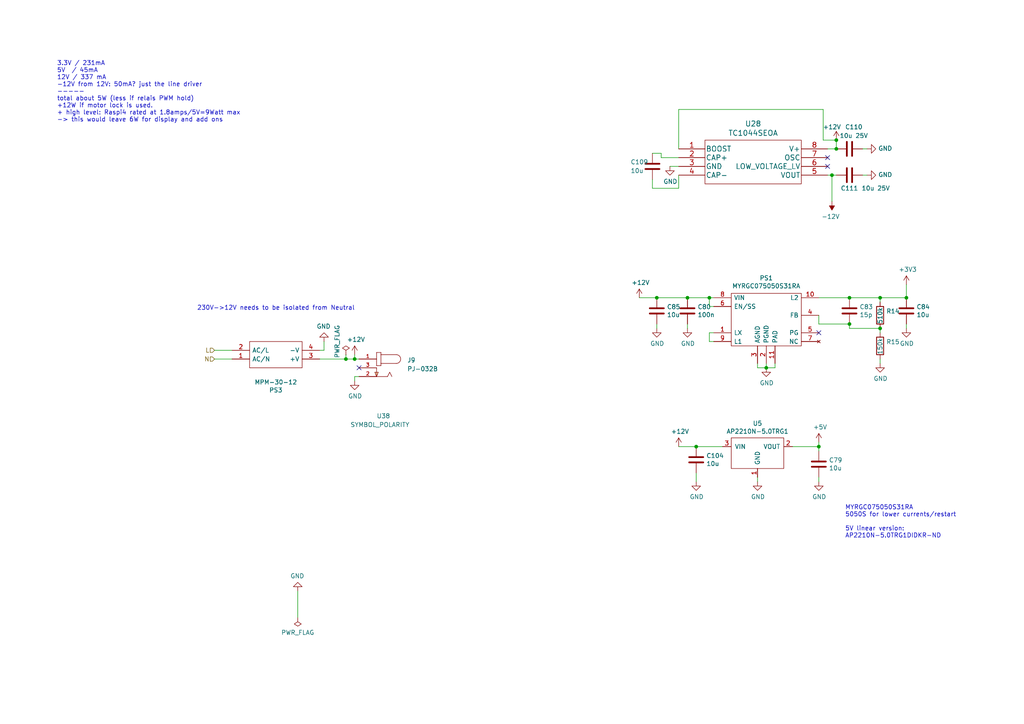
<source format=kicad_sch>
(kicad_sch (version 20211123) (generator eeschema)
  (paper "A4")
  (title_block (title "Yeti Board") (date "2021-05-14") (rev "02") (company "Pionix GmbH") (comment 1 "Cornelius Claussen"))
  (lib_symbols
    (symbol "Device:C" (pin_numbers hide) (pin_names (offset 0.254))
      (property "Reference" "C" (at 0.635 2.54 0))
      (property "Value" "C" (at 0.635 -2.54 0))
      (symbol "C_0_1"
        (polyline (pts (xy -2.032 -0.762) (xy 2.032 -0.762)) (stroke (width 0.508)))
        (polyline (pts (xy -2.032 0.762) (xy 2.032 0.762)) (stroke (width 0.508)))
      )
      (symbol "C_1_1"
        (pin passive line (at 0 3.81 270) (length 2.794) (name "~") (number "1"))
        (pin passive line (at 0 -3.81 90) (length 2.794) (name "~") (number "2"))
      )
    )
    (symbol "Device:R" (pin_numbers hide) (pin_names (offset 0))
      (property "Reference" "R" (at 2.032 0 90))
      (property "Value" "R" (at 0 0 90))
      (symbol "R_0_1"
        (rectangle (start -1.016 -2.54) (end 1.016 2.54) (stroke (width 0.254)))
      )
      (symbol "R_1_1"
        (pin passive line (at 0 3.81 270) (length 1.27) (name "~") (number "1"))
        (pin passive line (at 0 -3.81 90) (length 1.27) (name "~") (number "2"))
      )
    )
    (symbol "ev-devboard:AP2210N-5.0TRG1" (pin_names (offset 1.016))
      (property "Reference" "U" (at 0 8.89 0))
      (property "Value" "AP2210N-5.0TRG1" (at 0 6.35 0))
      (symbol "AP2210N-5.0TRG1_0_1"
        (rectangle (start -7.62 5.08) (end 7.62 -3.81))
      )
      (symbol "AP2210N-5.0TRG1_1_1"
        (pin power_in line (at 0 -6.35 90) (length 2.54) (name "GND") (number "1"))
        (pin power_out line (at 10.16 2.54 180) (length 2.54) (name "VOUT") (number "2"))
        (pin power_in line (at -10.16 2.54 0) (length 2.54) (name "VIN") (number "3"))
      )
    )
    (symbol "ev-devboard:MPM-30-12_dualsocket" (pin_names (offset 0.762))
      (property "Reference" "PS" (at -6.35 8.89 0))
      (property "Value" "MPM-30-12_dualsocket" (at -6.35 6.35 0))
      (symbol "MPM-30-12_dualsocket_0_0"
        (pin passive line (at 12.7 1.27 180) (length 5.08) (name "AC/N") (number "1"))
        (pin passive line (at 12.7 -1.27 180) (length 5.08) (name "AC/L") (number "2"))
        (pin passive line (at -12.7 1.27 0) (length 5.08) (name "+V") (number "3"))
        (pin passive line (at -12.7 -1.27 0) (length 5.08) (name "-V") (number "4"))
      )
      (symbol "MPM-30-12_dualsocket_0_1"
        (polyline (pts (xy -7.62 3.81) (xy 7.62 3.81) (xy 7.62 -3.81) (xy -7.62 -3.81) (xy -7.62 3.81)) (stroke (width 0.1524)))
      )
    )
    (symbol "ev-devboard:MYRGC075050S31RA" (pin_names (offset 0.762))
      (property "Reference" "PS" (at -1.27 11.43 0))
      (property "Value" "MYRGC075050S31RA" (at -10.16 8.89 0))
      (symbol "MYRGC075050S31RA_0_0"
        (pin passive line (at -15.24 -3.81 0) (length 5.08) (name "LX") (number "1"))
        (pin power_out line (at 15.24 6.35 180) (length 5.08) (name "L2") (number "10"))
        (pin power_in line (at 2.54 -12.7 90) (length 5.08) (name "PAD") (number "11"))
        (pin power_in line (at 0 -12.7 90) (length 5.08) (name "PGND") (number "2"))
        (pin power_in line (at -2.54 -12.7 90) (length 5.08) (name "AGND") (number "3"))
        (pin passive line (at 15.24 1.27 180) (length 5.08) (name "FB") (number "4"))
        (pin open_collector line (at 15.24 -3.81 180) (length 5.08) (name "PG") (number "5"))
        (pin passive line (at -15.24 3.81 0) (length 5.08) (name "EN/SS") (number "6"))
        (pin no_connect line (at 15.24 -6.35 180) (length 5.08) (name "NC") (number "7"))
        (pin power_in line (at -15.24 6.35 0) (length 5.08) (name "VIN") (number "8"))
        (pin passive line (at -15.24 -6.35 0) (length 5.08) (name "L1") (number "9"))
      )
      (symbol "MYRGC075050S31RA_0_1"
        (polyline (pts (xy 10.16 7.62) (xy 10.16 -7.62) (xy -10.16 -7.62) (xy -10.16 7.62) (xy 10.16 7.62)) (stroke (width 0.1524)))
      )
    )
    (symbol "ev-devboard:PJ-032B" (pin_names (offset 1.016) hide)
      (property "Reference" "J" (at -7.62 5.08 0))
      (property "Value" "PJ-032B" (at -7.6454 -5.08 0))
      (symbol "PJ-032B_0_0"
        (arc (start -5.715 3.81) (mid -6.985 2.54) (end -5.715 1.27) (stroke (width 0.1524)))
        (polyline (pts (xy -5.715 3.81) (xy -1.27 3.81)) (stroke (width 0.1524)))
        (polyline (pts (xy -3.81 -1.27) (xy -4.445 -2.54)) (stroke (width 0.1524)))
        (polyline (pts (xy -3.175 -2.54) (xy -3.81 -1.27)) (stroke (width 0.1524)))
        (polyline (pts (xy -1.27 0.635) (xy 0 0.635)) (stroke (width 0.1524)))
        (polyline (pts (xy -1.27 1.27) (xy -5.715 1.27)) (stroke (width 0.1524)))
        (polyline (pts (xy -1.27 1.27) (xy -1.27 0.635)) (stroke (width 0.1524)))
        (polyline (pts (xy -1.27 3.81) (xy -1.27 1.27)) (stroke (width 0.1524)))
        (polyline (pts (xy -1.27 4.445) (xy -1.27 3.81)) (stroke (width 0.1524)))
        (polyline (pts (xy 0 -2.54) (xy -3.175 -2.54)) (stroke (width 0.1524)))
        (polyline (pts (xy 0 0) (xy 0 -2.54)) (stroke (width 0.1524)))
        (polyline (pts (xy 0 0.635) (xy 0 4.445)) (stroke (width 0.1524)))
        (polyline (pts (xy 0 4.445) (xy -1.27 4.445)) (stroke (width 0.1524)))
        (polyline (pts (xy 0 -2.54) (xy -0.508 -1.27) (xy 0.508 -1.27) (xy 0 -2.54)) (stroke (width 0.1524)) (fill (type background)))
        (pin passive line (at 5.08 2.54 180) (length 5.08) (name "~") (number "1"))
        (pin passive line (at 5.08 -2.54 180) (length 5.08) (name "~") (number "2"))
        (pin passive line (at 5.08 0 180) (length 5.08) (name "~") (number "3"))
      )
    )
    (symbol "ev-devboard:SYMBOL_POLARITY" (pin_names (offset 1.016))
      (property "Reference" "U" (at 0 0 0))
      (property "Value" "SYMBOL_POLARITY" (at 0 -2.54 0))
    )
    (symbol "ev-devboard:TC1044SEOA" (pin_names (offset 0.254))
      (property "Reference" "U" (at -1.27 10.16 0))
      (property "Value" "TC1044SEOA" (at -1.27 7.62 0))
      (symbol "TC1044SEOA_1_1"
        (rectangle (start 13.97 6.35) (end -13.97 -6.35))
        (pin passive line (at -21.59 3.81 0) (length 7.62) (name "BOOST") (number "1"))
        (pin passive line (at -21.59 1.27 0) (length 7.62) (name "CAP+") (number "2"))
        (pin power_in line (at -21.59 -1.27 0) (length 7.62) (name "GND") (number "3"))
        (pin passive line (at -21.59 -3.81 0) (length 7.62) (name "CAP-") (number "4"))
        (pin power_out line (at 21.59 -3.81 180) (length 7.62) (name "VOUT") (number "5"))
        (pin passive line (at 21.59 -1.27 180) (length 7.62) (name "LOW_VOLTAGE_LV") (number "6"))
        (pin passive line (at 21.59 1.27 180) (length 7.62) (name "OSC") (number "7"))
        (pin power_in line (at 21.59 3.81 180) (length 7.62) (name "V+") (number "8"))
      )
    )
    (symbol "power:+12V" (power) (pin_names (offset 0))
      (property "Value" "+12V" (at 0 3.556 0))
      (symbol "+12V_0_1"
        (polyline (pts (xy -0.762 1.27) (xy 0 2.54)))
        (polyline (pts (xy 0 0) (xy 0 2.54)))
        (polyline (pts (xy 0 2.54) (xy 0.762 1.27)))
      )
      (symbol "+12V_1_1"
        (pin power_in line (at 0 0 90) (length 0) hide (name "+12V") (number "1"))
      )
    )
    (symbol "power:+3.3V" (power) (pin_names (offset 0))
      (property "Value" "+3.3V" (at 0 3.556 0))
      (symbol "+3.3V_0_1"
        (polyline (pts (xy -0.762 1.27) (xy 0 2.54)))
        (polyline (pts (xy 0 0) (xy 0 2.54)))
        (polyline (pts (xy 0 2.54) (xy 0.762 1.27)))
      )
      (symbol "+3.3V_1_1"
        (pin power_in line (at 0 0 90) (length 0) hide (name "+3V3") (number "1"))
      )
    )
    (symbol "power:+5V" (power) (pin_names (offset 0))
      (property "Value" "+5V" (at 0 3.556 0))
      (symbol "+5V_0_1"
        (polyline (pts (xy -0.762 1.27) (xy 0 2.54)))
        (polyline (pts (xy 0 0) (xy 0 2.54)))
        (polyline (pts (xy 0 2.54) (xy 0.762 1.27)))
      )
      (symbol "+5V_1_1"
        (pin power_in line (at 0 0 90) (length 0) hide (name "+5V") (number "1"))
      )
    )
    (symbol "power:-12V" (power) (pin_names (offset 0))
      (property "Value" "-12V" (at 0 3.81 0))
      (symbol "-12V_0_0"
        (pin power_in line (at 0 0 90) (length 0) hide (name "-12V") (number "1"))
      )
      (symbol "-12V_0_1"
        (polyline (pts (xy 0 0) (xy 0 1.27) (xy 0.762 1.27) (xy 0 2.54) (xy -0.762 1.27) (xy 0 1.27)) (fill (type outline)))
      )
    )
    (symbol "power:GND" (power) (pin_names (offset 0))
      (property "Value" "GND" (at 0 -3.81 0))
      (symbol "GND_0_1"
        (polyline (pts (xy 0 0) (xy 0 -1.27) (xy 1.27 -1.27) (xy 0 -2.54) (xy -1.27 -1.27) (xy 0 -1.27)))
      )
      (symbol "GND_1_1"
        (pin power_in line (at 0 0 270) (length 0) hide (name "GND") (number "1"))
      )
    )
    (symbol "power:PWR_FLAG" (power) (pin_numbers hide) (pin_names (offset 0) hide)
      (property "Value" "PWR_FLAG" (at 0 3.81 0))
      (symbol "PWR_FLAG_0_0"
        (pin power_out line (at 0 0 90) (length 0) (name "pwr") (number "1"))
      )
      (symbol "PWR_FLAG_0_1"
        (polyline (pts (xy 0 0) (xy 0 1.27) (xy -1.016 1.905) (xy 0 2.54) (xy 1.016 1.905) (xy 0 1.27)))
      )
    )
  )
  (junction (at 201.93 129.54))
  (junction (at 190.5 86.36))
  (junction (at 255.27 95.25))
  (junction (at 205.74 86.36))
  (junction (at 242.57 40.64))
  (junction (at 222.25 106.68))
  (junction (at 102.87 104.14))
  (junction (at 242.57 43.18))
  (junction (at 100.33 104.14))
  (junction (at 199.39 86.36))
  (junction (at 241.3 50.8))
  (junction (at 255.27 86.36))
  (junction (at 237.49 129.54))
  (junction (at 262.89 86.36))
  (junction (at 246.38 93.98))
  (junction (at 246.38 86.36))
  (no_connect (at 104.14 106.68))
  (no_connect (at 237.49 96.52))
  (no_connect (at 240.03 48.26))
  (no_connect (at 240.03 45.72))
  (wire (pts (xy 207.01 96.52) (xy 205.74 96.52)))
  (wire (pts (xy 255.27 86.36) (xy 262.89 86.36)))
  (wire (pts (xy 255.27 95.25) (xy 255.27 96.52)))
  (wire (pts (xy 242.57 43.18) (xy 240.03 43.18)))
  (wire (pts (xy 237.49 91.44) (xy 237.49 93.98)))
  (wire (pts (xy 196.85 43.18) (xy 196.85 31.75)))
  (wire (pts (xy 102.87 109.22) (xy 102.87 110.49)))
  (wire (pts (xy 237.49 86.36) (xy 246.38 86.36)))
  (wire (pts (xy 190.5 86.36) (xy 185.42 86.36)))
  (wire (pts (xy 100.33 102.87) (xy 100.33 104.14)))
  (wire (pts (xy 251.46 50.8) (xy 250.19 50.8)))
  (wire (pts (xy 246.38 95.25) (xy 246.38 93.98)))
  (wire (pts (xy 255.27 95.25) (xy 246.38 95.25)))
  (wire (pts (xy 201.93 139.7) (xy 201.93 137.16)))
  (wire (pts (xy 205.74 86.36) (xy 207.01 86.36)))
  (wire (pts (xy 222.25 106.68) (xy 224.79 106.68)))
  (wire (pts (xy 196.85 50.8) (xy 196.85 54.61)))
  (wire (pts (xy 237.49 130.81) (xy 237.49 129.54)))
  (wire (pts (xy 196.85 54.61) (xy 189.23 54.61)))
  (wire (pts (xy 229.87 129.54) (xy 237.49 129.54)))
  (wire (pts (xy 242.57 40.64) (xy 242.57 43.18)))
  (wire (pts (xy 205.74 88.9) (xy 205.74 86.36)))
  (wire (pts (xy 201.93 129.54) (xy 209.55 129.54)))
  (wire (pts (xy 86.36 179.07) (xy 86.36 171.45)))
  (wire (pts (xy 207.01 88.9) (xy 205.74 88.9)))
  (wire (pts (xy 189.23 54.61) (xy 189.23 52.07)))
  (wire (pts (xy 241.3 50.8) (xy 240.03 50.8)))
  (wire (pts (xy 262.89 93.98) (xy 262.89 95.25)))
  (wire (pts (xy 201.93 129.54) (xy 196.85 129.54)))
  (wire (pts (xy 191.77 44.45) (xy 191.77 45.72)))
  (wire (pts (xy 246.38 86.36) (xy 255.27 86.36)))
  (wire (pts (xy 190.5 86.36) (xy 199.39 86.36)))
  (wire (pts (xy 238.76 40.64) (xy 242.57 40.64)))
  (wire (pts (xy 104.14 109.22) (xy 102.87 109.22)))
  (wire (pts (xy 238.76 31.75) (xy 238.76 40.64)))
  (wire (pts (xy 190.5 95.25) (xy 190.5 93.98)))
  (wire (pts (xy 196.85 31.75) (xy 238.76 31.75)))
  (wire (pts (xy 92.71 101.6) (xy 93.98 101.6)))
  (wire (pts (xy 222.25 106.68) (xy 222.25 105.41)))
  (wire (pts (xy 199.39 93.98) (xy 199.39 95.25)))
  (wire (pts (xy 196.85 48.26) (xy 194.31 48.26)))
  (wire (pts (xy 92.71 104.14) (xy 100.33 104.14)))
  (wire (pts (xy 62.23 104.14) (xy 67.31 104.14)))
  (wire (pts (xy 189.23 44.45) (xy 191.77 44.45)))
  (wire (pts (xy 205.74 99.06) (xy 207.01 99.06)))
  (wire (pts (xy 104.14 104.14) (xy 102.87 104.14)))
  (wire (pts (xy 237.49 129.54) (xy 237.49 128.27)))
  (wire (pts (xy 93.98 101.6) (xy 93.98 99.06)))
  (wire (pts (xy 191.77 45.72) (xy 196.85 45.72)))
  (wire (pts (xy 205.74 96.52) (xy 205.74 99.06)))
  (wire (pts (xy 241.3 50.8) (xy 241.3 58.42)))
  (wire (pts (xy 255.27 87.63) (xy 255.27 86.36)))
  (wire (pts (xy 237.49 93.98) (xy 246.38 93.98)))
  (wire (pts (xy 251.46 43.18) (xy 250.19 43.18)))
  (wire (pts (xy 237.49 138.43) (xy 237.49 139.7)))
  (wire (pts (xy 100.33 104.14) (xy 102.87 104.14)))
  (wire (pts (xy 219.71 106.68) (xy 222.25 106.68)))
  (wire (pts (xy 242.57 50.8) (xy 241.3 50.8)))
  (wire (pts (xy 67.31 101.6) (xy 62.23 101.6)))
  (wire (pts (xy 199.39 86.36) (xy 205.74 86.36)))
  (wire (pts (xy 219.71 105.41) (xy 219.71 106.68)))
  (wire (pts (xy 219.71 138.43) (xy 219.71 139.7)))
  (wire (pts (xy 102.87 102.87) (xy 102.87 104.14)))
  (wire (pts (xy 224.79 106.68) (xy 224.79 105.41)))
  (wire (pts (xy 255.27 104.14) (xy 255.27 105.41)))
  (wire (pts (xy 262.89 82.55) (xy 262.89 86.36)))
  (text "MYRGC075050S31RA\n5050S for lower currents/restart\n\n5V linear version:\nAP2210N-5.0TRG1DIDKR-ND" (at 245.11 156.21 0) (effects (font (size 1.27 1.27)) (justify left bottom)))
  (text "3.3V / 231mA\n5V  / 45mA\n12V / 337 mA\n-12V from 12V: 50mA? just the line driver\n-----\ntotal about 5W (less if relais PWM hold) \n+12W if motor lock is used.\n+ high level: Raspi4 rated at 1.8amps/5V=9Watt max\n-> this would leave 6W for display and add ons\n" (at 16.51 35.56 0) (effects (font (size 1.27 1.27)) (justify left bottom)))
  (text "230V->12V needs to be isolated from Neutral" (at 57.15 90.17 0) (effects (font (size 1.27 1.27)) (justify left bottom)))
  (hierarchical_label "N" (shape input) (at 62.23 104.14 180))
  (hierarchical_label "L" (shape input) (at 62.23 101.6 180))
  (symbol (lib_id "ev-devboard:MPM-30-12_dualsocket") (at 80.01 102.87 180) (unit 1)
    (property "Reference" "PS3" (at 80.01 113.157 0))
    (property "Value" "MPM-30-12" (at 80.01 110.8456 0))
    (property "Footprint" "ev-devboard:MPM3012_dualsocket" (effects hide))
    (property "Datasheet" "https://www.arrow.com/en/products/mpm-30-12/mean-well-enterprises" (effects hide))
    (property "Description" "Mean Well, 30W Encapsulated Switch Mode Power Supply, 12V dc, Encapsulated, Medical Approved" (effects hide))
    (property "Height" "24" (effects hide))
    (property "Mouser Part Number" "709-MPM-30-12" (effects hide))
    (property "Manufacturer_Name" "Mean Well" (effects hide))
    (property "Manufacturer_Part_Number" "MPM-30-12" (effects hide))
    (property "MPN" "MPM-30-12" (effects hide))
  )
  (symbol (lib_id "power:GND") (at 93.98 99.06 180) (unit 1)
    (property "Reference" "#PWR0129" (effects hide))
    (property "Value" "GND" (at 93.853 94.6658 0))
  )
  (symbol (lib_id "power:PWR_FLAG") (at 86.36 179.07 180) (unit 1)
    (property "Reference" "#FLG0102" (effects hide))
    (property "Value" "PWR_FLAG" (at 86.36 183.4642 0))
  )
  (symbol (lib_id "power:GND") (at 86.36 171.45 180) (unit 1)
    (property "Reference" "#PWR0125" (effects hide))
    (property "Value" "GND" (at 86.233 167.0558 0))
  )
  (symbol (lib_id "power:GND") (at 102.87 110.49 0) (unit 1)
    (property "Reference" "#PWR0126" (effects hide))
    (property "Value" "GND" (at 102.997 114.8842 0))
  )
  (symbol (lib_id "Device:C") (at 190.5 90.17 0) (unit 1)
    (property "Reference" "C85" (at 193.421 89.0016 0) (effects (justify left)))
    (property "Value" "10u" (at 193.421 91.313 0) (effects (justify left)))
    (property "Footprint" "Capacitor_SMD:C_0603_1608Metric" (effects hide))
  )
  (symbol (lib_id "power:+12V") (at 185.42 86.36 0) (unit 1)
    (property "Reference" "#PWR0154" (effects hide))
    (property "Value" "+12V" (at 185.801 81.9658 0))
  )
  (symbol (lib_id "power:GND") (at 190.5 95.25 0) (unit 1)
    (property "Reference" "#PWR0159" (effects hide))
    (property "Value" "GND" (at 190.627 99.6442 0))
  )
  (symbol (lib_id "power:+5V") (at 237.49 128.27 0) (unit 1)
    (property "Reference" "#PWR0167" (effects hide))
    (property "Value" "+5V" (at 237.871 123.8758 0))
  )
  (symbol (lib_id "Device:C") (at 201.93 133.35 0) (unit 1)
    (property "Reference" "C104" (at 204.851 132.1816 0) (effects (justify left)))
    (property "Value" "10u" (at 204.851 134.493 0) (effects (justify left)))
    (property "Footprint" "Capacitor_SMD:C_0603_1608Metric" (effects hide))
  )
  (symbol (lib_id "power:+12V") (at 196.85 129.54 0) (unit 1)
    (property "Reference" "#PWR0158" (effects hide))
    (property "Value" "+12V" (at 197.231 125.1458 0))
  )
  (symbol (lib_id "power:GND") (at 201.93 139.7 0) (unit 1)
    (property "Reference" "#PWR0160" (effects hide))
    (property "Value" "GND" (at 202.057 144.0942 0))
  )
  (symbol (lib_id "power:+3.3V") (at 262.89 82.55 0) (unit 1)
    (property "Reference" "#PWR0169" (effects hide))
    (property "Value" "+3.3V" (at 263.271 78.1558 0))
  )
  (symbol (lib_id "ev-devboard:TC1044SEOA") (at 218.44 46.99 0) (unit 1)
    (property "Reference" "U28" (at 218.44 35.8902 0) (effects (font (size 1.524 1.524))))
    (property "Value" "TC1044SEOA" (at 218.44 38.5826 0) (effects (font (size 1.524 1.524))))
    (property "Footprint" "ev-devboard:TC1044SEOA" (effects hide))
    (property "Digikey" "TC1044SEOA713CT-ND" (effects hide))
    (property "MPN" "TC1044SEOA713" (effects hide))
    (property "Maunfacturer" "Microchip" (effects hide))
    (property "Price" "0.58" (effects hide))
  )
  (symbol (lib_id "power:+12V") (at 242.57 40.64 0) (unit 1)
    (property "Reference" "#PWR0172" (effects hide))
    (property "Value" "+12V" (at 241.3 36.83 0))
  )
  (symbol (lib_id "Device:C") (at 246.38 43.18 270) (unit 1)
    (property "Reference" "C110" (at 247.65 36.83 90))
    (property "Value" "10u 25V" (at 247.65 39.37 90))
    (property "Footprint" "Capacitor_SMD:C_0603_1608Metric" (effects hide))
  )
  (symbol (lib_id "power:GND") (at 251.46 43.18 90) (unit 1)
    (property "Reference" "#PWR0173" (effects hide))
    (property "Value" "GND" (at 254.7112 43.053 90) (effects (justify right)))
  )
  (symbol (lib_id "Device:C") (at 189.23 48.26 0) (unit 1)
    (property "Reference" "C109" (at 182.88 46.99 0) (effects (justify left)))
    (property "Value" "10u" (at 182.88 49.53 0) (effects (justify left)))
    (property "Footprint" "Capacitor_SMD:C_0603_1608Metric" (effects hide))
  )
  (symbol (lib_id "power:GND") (at 194.31 48.26 0) (unit 1)
    (property "Reference" "#PWR0128" (effects hide))
    (property "Value" "GND" (at 194.437 52.6542 0))
  )
  (symbol (lib_id "Device:C") (at 246.38 50.8 270) (unit 1)
    (property "Reference" "C111" (at 246.38 54.61 90))
    (property "Value" "10u 25V" (at 254 54.61 90))
    (property "Footprint" "Capacitor_SMD:C_0603_1608Metric" (effects hide))
  )
  (symbol (lib_id "power:GND") (at 251.46 50.8 90) (unit 1)
    (property "Reference" "#PWR0174" (effects hide))
    (property "Value" "GND" (at 254.7112 50.673 90) (effects (justify right)))
  )
  (symbol (lib_id "power:-12V") (at 241.3 58.42 180) (unit 1)
    (property "Reference" "#PWR0171" (effects hide))
    (property "Value" "-12V" (at 240.919 62.8142 0))
  )
  (symbol (lib_id "ev-devboard:SYMBOL_POLARITY") (at 110.49 123.19 0) (unit 1)
    (property "Reference" "U38" (at 109.22 120.65 0) (effects (justify left)))
    (property "Value" "SYMBOL_POLARITY" (at 101.6 123.19 0) (effects (justify left)))
    (property "Footprint" "ev-devboard:Polarity_Center_Positive_6mm_SilkScreen" (effects hide))
  )
  (symbol (lib_id "power:PWR_FLAG") (at 100.33 102.87 0) (unit 1)
    (property "Reference" "#FLG04" (effects hide))
    (property "Value" "PWR_FLAG" (at 97.79 99.06 90))
  )
  (symbol (lib_id "power:+12V") (at 102.87 102.87 0) (unit 1)
    (property "Reference" "#PWR0127" (effects hide))
    (property "Value" "+12V" (at 103.251 98.4758 0))
  )
  (symbol (lib_id "ev-devboard:MYRGC075050S31RA") (at 222.25 92.71 0) (unit 1)
    (property "Reference" "PS1" (at 222.25 80.645 0))
    (property "Value" "MYRGC075050S31RA" (at 222.25 82.9564 0))
    (property "Footprint" "ev-devboard:MYRGC075050S31RA" (effects hide))
    (property "Datasheet" "https://www.murata.com/products/productdata/8807035764766/MYRGC.pdf?1583754814000" (effects hide))
    (property "Description" "Isolated DC/DC Converters 0.5A 3-18Vin 1-15Vout PWM/PFM" (effects hide))
    (property "Height" "1.7" (effects hide))
    (property "Mouser" "81-MYRGC075050S31RA" (effects hide))
    (property "Mouser Price/Stock" "https://www.mouser.co.uk/ProductDetail/Murata-Electronics/MYRGC075050S31RA?qs=xZ%2FP%252Ba9zWqY%252B%2FjXE%2FmPwtg%3D%3D" (effects hide))
    (property "Manufacturer" "Murata Electronics" (effects hide))
    (property "MPN" "MYRGC075050S31RA" (effects hide))
  )
  (symbol (lib_id "Device:C") (at 199.39 90.17 0) (unit 1)
    (property "Reference" "C80" (at 202.311 89.0016 0) (effects (justify left)))
    (property "Value" "100n" (at 202.311 91.313 0) (effects (justify left)))
    (property "Footprint" "Capacitor_SMD:C_0603_1608Metric" (effects hide))
  )
  (symbol (lib_id "Device:C") (at 262.89 90.17 0) (unit 1)
    (property "Reference" "C84" (at 265.811 89.0016 0) (effects (justify left)))
    (property "Value" "10u" (at 265.811 91.313 0) (effects (justify left)))
    (property "Footprint" "Capacitor_SMD:C_0603_1608Metric" (effects hide))
  )
  (symbol (lib_id "Device:C") (at 246.38 90.17 0) (unit 1)
    (property "Reference" "C83" (at 249.301 89.0016 0) (effects (justify left)))
    (property "Value" "15p" (at 249.301 91.313 0) (effects (justify left)))
    (property "Footprint" "Capacitor_SMD:C_0603_1608Metric" (effects hide))
  )
  (symbol (lib_id "Device:R") (at 255.27 91.44 0) (unit 1)
    (property "Reference" "R14" (at 257.048 90.2716 0) (effects (justify left)))
    (property "Value" "510k" (at 255.27 93.98 90) (effects (justify left)))
    (property "Footprint" "Resistor_SMD:R_0603_1608Metric" (effects hide))
  )
  (symbol (lib_id "Device:R") (at 255.27 100.33 0) (unit 1)
    (property "Reference" "R15" (at 257.048 99.1616 0) (effects (justify left)))
    (property "Value" "150k" (at 255.27 102.87 90) (effects (justify left)))
    (property "Footprint" "Resistor_SMD:R_0603_1608Metric" (effects hide))
  )
  (symbol (lib_id "power:GND") (at 255.27 105.41 0) (unit 1)
    (property "Reference" "#PWR0101" (effects hide))
    (property "Value" "GND" (at 255.397 109.8042 0))
  )
  (symbol (lib_id "power:GND") (at 262.89 95.25 0) (unit 1)
    (property "Reference" "#PWR0102" (effects hide))
    (property "Value" "GND" (at 263.017 99.6442 0))
  )
  (symbol (lib_id "power:GND") (at 222.25 106.68 0) (unit 1)
    (property "Reference" "#PWR0103" (effects hide))
    (property "Value" "GND" (at 222.377 111.0742 0))
  )
  (symbol (lib_id "power:GND") (at 199.39 95.25 0) (unit 1)
    (property "Reference" "#PWR0106" (effects hide))
    (property "Value" "GND" (at 199.517 99.6442 0))
  )
  (symbol (lib_id "ev-devboard:AP2210N-5.0TRG1") (at 219.71 132.08 0) (unit 1)
    (property "Reference" "U5" (at 219.71 122.809 0))
    (property "Value" "AP2210N-5.0TRG1" (at 219.71 125.1204 0))
    (property "Footprint" "ev-devboard:SOT95P280X145-3N" (effects hide))
    (property "Digikey" "AP2210N-5.0TRG1DIDKR-ND" (effects hide))
    (property "Manufacturer" "Diodes Incorporated" (effects hide))
    (property "MPN" "AP2210N-5.0TRG1" (effects hide))
  )
  (symbol (lib_id "Device:C") (at 237.49 134.62 0) (unit 1)
    (property "Reference" "C79" (at 240.411 133.4516 0) (effects (justify left)))
    (property "Value" "10u" (at 240.411 135.763 0) (effects (justify left)))
    (property "Footprint" "Capacitor_SMD:C_0603_1608Metric" (effects hide))
  )
  (symbol (lib_id "power:GND") (at 237.49 139.7 0) (unit 1)
    (property "Reference" "#PWR079" (effects hide))
    (property "Value" "GND" (at 237.617 144.0942 0))
  )
  (symbol (lib_id "power:GND") (at 219.71 139.7 0) (unit 1)
    (property "Reference" "#PWR078" (effects hide))
    (property "Value" "GND" (at 219.837 144.0942 0))
  )
  (symbol (lib_id "ev-devboard:PJ-032B") (at 109.22 106.68 0) (mirror y) (unit 1)
    (property "Reference" "J9" (at 118.11 104.4574 0) (effects (justify right)))
    (property "Value" "PJ-032B" (at 118.11 106.9974 0) (effects (justify right)))
    (property "Footprint" "ev-devboard:CUI_PJ-032B" (effects hide))
    (property "CUI_PURCHASE_URL" "https://www.cui.com/product/interconnect/connectors/dc-power-connectors/jacks/pj-032a?utm_source=snapeda.com&utm_medium=referral&utm_campaign=snapedaBOM" (effects hide))
    (property "DESCRIPTION" "2.0 x 6.5 mm, 2.5 A, Vertical, Through Hole, Dc Power Jack Connector" (effects hide))
    (property "PACKAGE" "None" (effects hide))
    (property "DIGI-KEY_PURCHASE_URL" "https://www.digikey.in/product-detail/en/cui-inc/PJ-032A/CP-032A-ND/1644525?utm_source=snapeda&utm_medium=aggregator&utm_campaign=symbol" (effects hide))
    (property "MP" "PJ-032A" (effects hide))
    (property "DIGI-KEY_PART_NUMBER" "CP-032A-ND" (effects hide))
    (property "MF" "CUI Inc." (effects hide))
  )
)
</source>
